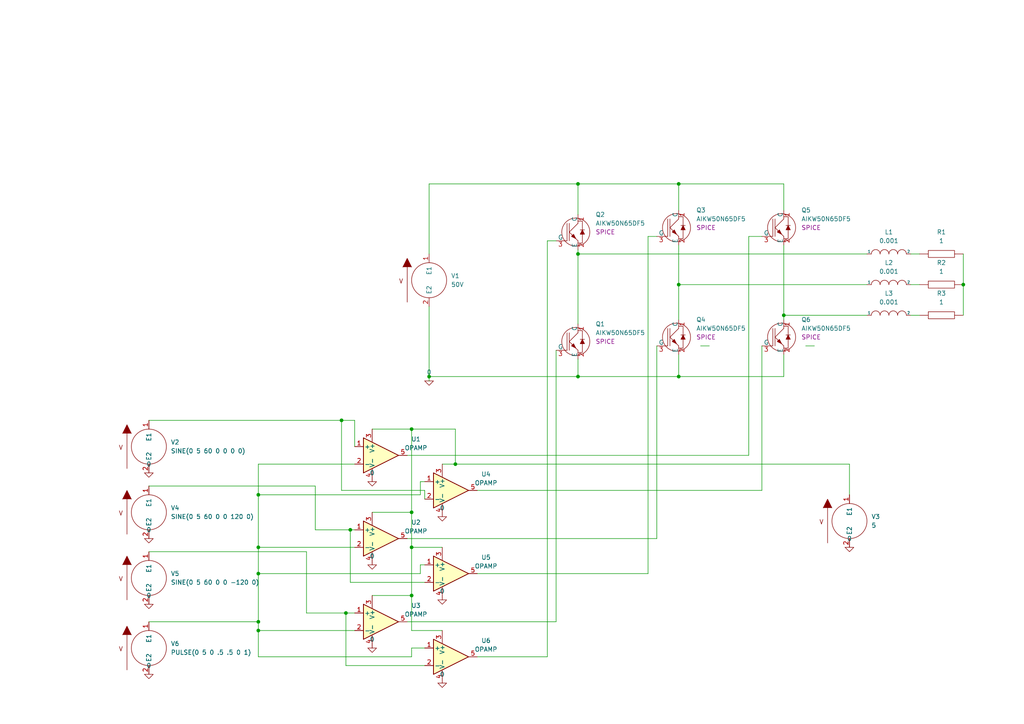
<source format=kicad_sch>
(kicad_sch (version 20211123) (generator eeschema)
  (paper "A4")
  (lib_symbols
    (symbol "IGBT:AIKW50N65DF5" (pin_names (offset 0))
      (property "Reference" "Q" (at 5.715 5.08 0))
      (property "Value" "AIKW50N65DF5" (at -10.795 8.255 0))
      (property "Spice_Primitive" "X" (at 5.715 5.08 0))
      (property "Spice_Model" "IKW40N65H5A_L2" (at 5.715 5.08 0))
      (property "Spice_Netlist_Enabled" "Y" (at 5.715 5.08 0))
      (property "Spice_Lib_File" "${KIPRJMOD}\\..\\PySpice\\Libraries\\IGBT Discrete - 650V TRENCHSTOP 5 AUTO - H5.lib" (at 0 -14.605 0))
      (symbol "AIKW50N65DF5_0_1"
        (polyline (pts (xy -1.905 -2.54) (xy -2.54 -2.54)))
        (polyline (pts (xy -1.905 2.54) (xy -1.905 -2.54)))
        (polyline (pts (xy -1.27 2.54) (xy -1.27 -2.54)))
        (polyline (pts (xy 1.905 0.635) (xy 3.175 0.635)))
        (polyline (pts (xy 1.27 2.54) (xy -1.27 0) (xy 1.27 -2.54)))
        (polyline (pts (xy 0 -0.635) (xy 0.635 -1.905) (xy -0.635 -1.27) (xy 0 -0.635)) (fill (type outline)))
        (polyline (pts (xy 1.27 -3.175) (xy 2.54 -3.175) (xy 2.54 3.175) (xy 1.27 3.175)))
        (polyline (pts (xy 2.54 0.635) (xy 1.905 -0.635) (xy 3.175 -0.635) (xy 2.54 0.635)) (fill (type outline)))
        (circle (center 0.635 0) (radius 4.066))
      )
      (symbol "AIKW50N65DF5_1_1"
        (pin passive line (at 1.27 5.08 270) (length 2.54) (name "C") (number "1"))
        (pin passive line (at 1.27 -5.08 90) (length 2.54) (name "E") (number "2"))
        (pin passive line (at -5.08 -2.54 0) (length 2.54) (name "G") (number "3"))
      )
    )
    (symbol "OPAMP_1" (pin_names (offset 0.254))
      (property "Reference" "U1" (at 10.16 4.699 0))
      (property "Value" "OPAMP_1" (at 10.16 2.159 0))
      (symbol "OPAMP_1_0_1"
        (polyline (pts (xy 5.08 0) (xy -5.08 5.08) (xy -5.08 -5.08) (xy 5.08 0)) (stroke (width 0.254)) (fill (type background)))
      )
      (symbol "OPAMP_1_1_1"
        (pin input line (at -7.62 2.54 0) (length 2.54) (name "+") (number "1"))
        (pin input line (at -7.62 -2.54 0) (length 2.54) (name "-") (number "2"))
        (pin power_in line (at -2.54 7.62 270) (length 3.81) (name "V+") (number "3"))
        (pin power_in line (at -2.54 -7.62 90) (length 3.81) (name "V-") (number "4"))
        (pin output line (at 7.62 0 180) (length 2.54) (name "~") (number "5"))
      )
    )
    (symbol "pspice:0" (power) (pin_names (offset 0))
      (property "Value" "0" (at 0 -1.778 0))
      (symbol "0_0_1"
        (polyline (pts (xy -1.27 0) (xy 0 -1.27) (xy 1.27 0) (xy -1.27 0)))
      )
      (symbol "0_1_1"
        (pin power_in line (at 0 0 0) (length 0) hide (name "0") (number "1"))
      )
    )
    (symbol "pspice:INDUCTOR" (pin_numbers hide) (pin_names (offset 0))
      (property "Reference" "L" (at 0 2.54 0))
      (property "Value" "INDUCTOR" (at 0 -1.27 0))
      (symbol "INDUCTOR_0_1"
        (arc (start -2.54 0) (mid -3.81 1.27) (end -5.08 0))
        (arc (start 0 0) (mid -1.27 1.27) (end -2.54 0))
        (arc (start 2.54 0) (mid 1.27 1.27) (end 0 0))
        (arc (start 5.08 0) (mid 3.81 1.27) (end 2.54 0))
      )
      (symbol "INDUCTOR_1_1"
        (pin input line (at -6.35 0 0) (length 1.27) (name "1") (number "1"))
        (pin input line (at 6.35 0 180) (length 1.27) (name "2") (number "2"))
      )
    )
    (symbol "pspice:R" (pin_numbers hide) (pin_names (offset 0))
      (property "Reference" "R" (at 2.032 0 90))
      (property "Value" "R" (at 0 0 90))
      (symbol "R_0_1"
        (rectangle (start -1.016 3.81) (end 1.016 -3.81))
      )
      (symbol "R_1_1"
        (pin passive line (at 0 6.35 270) (length 2.54) (name "~") (number "1"))
        (pin passive line (at 0 -6.35 90) (length 2.54) (name "~") (number "2"))
      )
    )
    (symbol "pspice:VSOURCE" (pin_names (offset 1.016))
      (property "Reference" "V" (at -6.35 7.62 0))
      (property "Value" "VSOURCE" (at 0 0 0))
      (symbol "VSOURCE_0_1"
        (polyline (pts (xy -6.35 -6.35) (xy -6.35 3.81)) (fill (type outline)))
        (polyline (pts (xy -7.62 3.81) (xy -6.35 6.35) (xy -5.08 3.81)) (fill (type outline)))
        (circle (center 0 0) (radius 5.08))
        (text "V" (at -8.128 -0.254 0) (effects (font (size 1.27 1.27))))
      )
      (symbol "VSOURCE_1_1"
        (pin input line (at 0 7.62 270) (length 2.54) (name "E1") (number "1"))
        (pin input line (at 0 -7.62 90) (length 2.54) (name "E2") (number "2"))
      )
    )
  )
  (junction (at 100.33 177.8))
  (junction (at 119.38 124.46))
  (junction (at 74.93 180.34))
  (junction (at 167.64 53.34))
  (junction (at 119.38 148.59))
  (junction (at 196.85 82.55))
  (junction (at 119.38 172.72))
  (junction (at 119.38 158.75))
  (junction (at 196.85 109.22))
  (junction (at 74.93 158.75))
  (junction (at 101.6 153.67))
  (junction (at 124.46 109.22))
  (junction (at 167.64 73.66))
  (junction (at 196.85 53.34))
  (junction (at 132.08 134.62))
  (junction (at 167.64 109.22))
  (junction (at 227.33 91.44))
  (junction (at 99.06 121.92))
  (junction (at 74.93 166.37))
  (junction (at 74.93 182.88))
  (junction (at 74.93 143.51))
  (junction (at 279.4 82.55))
  (wire (pts (xy 74.93 166.37) (xy 121.92 166.37)))
  (wire (pts (xy 118.11 180.34) (xy 161.29 180.34)))
  (wire (pts (xy 167.64 109.22) (xy 196.85 109.22)))
  (wire (pts (xy 196.85 109.22) (xy 196.85 102.87)))
  (wire (pts (xy 227.33 91.44) (xy 251.46 91.44)))
  (wire (pts (xy 227.33 102.87) (xy 227.33 109.22)))
  (wire (pts (xy 187.96 166.37) (xy 187.96 68.58)))
  (wire (pts (xy 196.85 53.34) (xy 196.85 60.96)))
  (wire (pts (xy 220.98 142.24) (xy 220.98 100.33)))
  (wire (pts (xy 43.18 180.34) (xy 74.93 180.34)))
  (wire (pts (xy 264.16 91.44) (xy 266.7 91.44)))
  (wire (pts (xy 119.38 190.5) (xy 74.93 190.5)))
  (wire (pts (xy 119.38 124.46) (xy 119.38 148.59)))
  (wire (pts (xy 227.33 71.12) (xy 227.33 91.44)))
  (wire (pts (xy 74.93 182.88) (xy 102.87 182.88)))
  (wire (pts (xy 74.93 134.62) (xy 102.87 134.62)))
  (wire (pts (xy 246.38 134.62) (xy 132.08 134.62)))
  (wire (pts (xy 91.44 153.67) (xy 101.6 153.67)))
  (wire (pts (xy 99.06 121.92) (xy 102.87 121.92)))
  (wire (pts (xy 74.93 158.75) (xy 102.87 158.75)))
  (wire (pts (xy 107.95 148.59) (xy 119.38 148.59)))
  (wire (pts (xy 121.92 163.83) (xy 121.92 166.37)))
  (wire (pts (xy 107.95 124.46) (xy 119.38 124.46)))
  (wire (pts (xy 167.64 73.66) (xy 251.46 73.66)))
  (wire (pts (xy 196.85 71.12) (xy 196.85 82.55)))
  (wire (pts (xy 196.85 82.55) (xy 251.46 82.55)))
  (wire (pts (xy 100.33 177.8) (xy 100.33 193.04)))
  (wire (pts (xy 124.46 53.34) (xy 124.46 73.66)))
  (wire (pts (xy 187.96 68.58) (xy 190.5 68.58)))
  (wire (pts (xy 227.33 60.96) (xy 227.33 53.34)))
  (wire (pts (xy 119.38 182.88) (xy 128.27 182.88)))
  (wire (pts (xy 132.08 134.62) (xy 132.08 124.46)))
  (wire (pts (xy 101.6 153.67) (xy 102.87 153.67)))
  (wire (pts (xy 167.64 53.34) (xy 196.85 53.34)))
  (wire (pts (xy 132.08 124.46) (xy 119.38 124.46)))
  (wire (pts (xy 227.33 91.44) (xy 227.33 92.71)))
  (wire (pts (xy 161.29 180.34) (xy 161.29 101.6)))
  (wire (pts (xy 138.43 142.24) (xy 220.98 142.24)))
  (wire (pts (xy 227.33 109.22) (xy 196.85 109.22)))
  (wire (pts (xy 88.9 177.8) (xy 100.33 177.8)))
  (wire (pts (xy 43.18 160.02) (xy 88.9 160.02)))
  (wire (pts (xy 205.74 100.33) (xy 203.2 100.33)))
  (wire (pts (xy 246.38 143.51) (xy 246.38 134.62)))
  (wire (pts (xy 196.85 82.55) (xy 196.85 92.71)))
  (wire (pts (xy 100.33 177.8) (xy 102.87 177.8)))
  (wire (pts (xy 74.93 190.5) (xy 74.93 182.88)))
  (wire (pts (xy 236.22 100.33) (xy 233.68 100.33)))
  (wire (pts (xy 167.64 62.23) (xy 167.64 53.34)))
  (wire (pts (xy 132.08 134.62) (xy 128.27 134.62)))
  (wire (pts (xy 43.18 121.92) (xy 99.06 121.92)))
  (wire (pts (xy 88.9 160.02) (xy 88.9 177.8)))
  (wire (pts (xy 43.18 140.97) (xy 91.44 140.97)))
  (wire (pts (xy 119.38 187.96) (xy 119.38 190.5)))
  (wire (pts (xy 124.46 109.22) (xy 124.46 110.49)))
  (wire (pts (xy 121.92 143.51) (xy 121.92 139.7)))
  (wire (pts (xy 118.11 132.08) (xy 217.17 132.08)))
  (wire (pts (xy 167.64 72.39) (xy 167.64 73.66)))
  (wire (pts (xy 74.93 143.51) (xy 121.92 143.51)))
  (wire (pts (xy 123.19 142.24) (xy 123.19 144.78)))
  (wire (pts (xy 123.19 193.04) (xy 100.33 193.04)))
  (wire (pts (xy 227.33 53.34) (xy 196.85 53.34)))
  (wire (pts (xy 119.38 158.75) (xy 128.27 158.75)))
  (wire (pts (xy 74.93 166.37) (xy 74.93 158.75)))
  (wire (pts (xy 264.16 82.55) (xy 266.7 82.55)))
  (wire (pts (xy 121.92 139.7) (xy 123.19 139.7)))
  (wire (pts (xy 123.19 163.83) (xy 121.92 163.83)))
  (wire (pts (xy 158.75 190.5) (xy 158.75 69.85)))
  (wire (pts (xy 119.38 158.75) (xy 119.38 172.72)))
  (wire (pts (xy 279.4 73.66) (xy 279.4 82.55)))
  (wire (pts (xy 74.93 180.34) (xy 74.93 182.88)))
  (wire (pts (xy 124.46 109.22) (xy 167.64 109.22)))
  (wire (pts (xy 190.5 156.21) (xy 190.5 100.33)))
  (wire (pts (xy 167.64 109.22) (xy 167.64 104.14)))
  (wire (pts (xy 124.46 88.9) (xy 124.46 109.22)))
  (wire (pts (xy 102.87 121.92) (xy 102.87 129.54)))
  (wire (pts (xy 99.06 142.24) (xy 123.19 142.24)))
  (wire (pts (xy 118.11 156.21) (xy 190.5 156.21)))
  (wire (pts (xy 138.43 166.37) (xy 187.96 166.37)))
  (wire (pts (xy 119.38 172.72) (xy 119.38 182.88)))
  (wire (pts (xy 138.43 190.5) (xy 158.75 190.5)))
  (wire (pts (xy 279.4 82.55) (xy 279.4 91.44)))
  (wire (pts (xy 74.93 180.34) (xy 74.93 166.37)))
  (wire (pts (xy 123.19 168.91) (xy 101.6 168.91)))
  (wire (pts (xy 124.46 53.34) (xy 167.64 53.34)))
  (wire (pts (xy 74.93 158.75) (xy 74.93 143.51)))
  (wire (pts (xy 158.75 69.85) (xy 161.29 69.85)))
  (wire (pts (xy 74.93 143.51) (xy 74.93 134.62)))
  (wire (pts (xy 264.16 73.66) (xy 266.7 73.66)))
  (wire (pts (xy 91.44 140.97) (xy 91.44 153.67)))
  (wire (pts (xy 101.6 153.67) (xy 101.6 168.91)))
  (wire (pts (xy 99.06 121.92) (xy 99.06 142.24)))
  (wire (pts (xy 123.19 187.96) (xy 119.38 187.96)))
  (wire (pts (xy 167.64 73.66) (xy 167.64 93.98)))
  (wire (pts (xy 119.38 148.59) (xy 119.38 158.75)))
  (wire (pts (xy 217.17 68.58) (xy 220.98 68.58)))
  (wire (pts (xy 119.38 172.72) (xy 107.95 172.72)))
  (wire (pts (xy 217.17 132.08) (xy 217.17 68.58)))
  (symbol (lib_id "pspice:R") (at 273.05 73.66 90) (unit 1)
    (property "Reference" "R1" (at 273.05 67.31 90))
    (property "Value" "1" (at 273.05 69.85 90))
  )
  (symbol (lib_id "pspice:VSOURCE") (at 246.38 151.13 0) (unit 1)
    (property "Reference" "V3" (at 252.73 149.8599 0) (effects (justify left)))
    (property "Value" "5" (at 252.73 152.3999 0) (effects (justify left)))
  )
  (symbol (lib_id "IGBT:AIKW50N65DF5") (at 195.58 66.04 0) (unit 1)
    (property "Reference" "Q3" (at 201.93 60.9599 0) (effects (justify left)))
    (property "Value" "AIKW50N65DF5" (at 201.93 63.4999 0) (effects (justify left)))
    (property "Spice_Primitive" "X" (at 201.93 66.0399 0) (effects (justify left)))
    (property "Spice_Model" "IKW40N65H5A_L2" (at 201.93 68.5799 0) (effects (justify left)))
    (property "Spice_Netlist_Enabled" "Y" (at 201.93 71.1199 0) (effects (justify left)))
    (property "Spice_Lib_File" "${KIPRJMOD}\\..\\PySpice\\Libraries\\IGBT Discrete - 650V TRENCHSTOP 5 AUTO - H5.lib" (effects hide))
  )
  (symbol (lib_id "pspice:0") (at 128.27 198.12 0) (unit 1)
    (property "Reference" "#GND011" (effects hide))
    (property "Value" "0" (at 128.27 195.58 0))
  )
  (symbol (lib_name "OPAMP_1") (lib_id "Simulation_SPICE:OPAMP") (at 110.49 180.34 0) (unit 1)
    (property "Reference" "U3" (at 120.65 175.641 0))
    (property "Value" "OPAMP" (at 120.65 178.181 0))
    (property "Spice_Netlist_Enabled" "Y" (effects hide))
    (property "Spice_Primitive" "X" (effects hide))
    (property "Spice_Model" "AD8009" (effects hide))
    (property "Spice_Lib_File" "Libraries\\ad8009.lib" (effects hide))
  )
  (symbol (lib_name "OPAMP_1") (lib_id "Simulation_SPICE:OPAMP") (at 130.81 190.5 0) (unit 1)
    (property "Reference" "U6" (at 140.97 185.801 0))
    (property "Value" "OPAMP" (at 140.97 188.341 0))
    (property "Spice_Netlist_Enabled" "Y" (effects hide))
    (property "Spice_Primitive" "X" (effects hide))
    (property "Spice_Model" "AD8009" (effects hide))
    (property "Spice_Lib_File" "Libraries\\ad8009.lib" (effects hide))
  )
  (symbol (lib_id "pspice:0") (at 124.46 110.49 0) (unit 1)
    (property "Reference" "#GND0101" (effects hide))
    (property "Value" "0" (at 124.46 107.95 0))
  )
  (symbol (lib_id "pspice:VSOURCE") (at 43.18 148.59 0) (unit 1)
    (property "Reference" "V4" (at 49.53 147.3199 0) (effects (justify left)))
    (property "Value" "SINE(0 5 60 0 0 120 0)" (at 49.53 149.8599 0) (effects (justify left)))
  )
  (symbol (lib_name "OPAMP_1") (lib_id "Simulation_SPICE:OPAMP") (at 110.49 156.21 0) (unit 1)
    (property "Reference" "U2" (at 120.65 151.511 0))
    (property "Value" "OPAMP" (at 120.65 154.051 0))
    (property "Spice_Netlist_Enabled" "Y" (effects hide))
    (property "Spice_Primitive" "X" (effects hide))
    (property "Spice_Model" "AD8009" (effects hide))
    (property "Spice_Lib_File" "Libraries\\ad8009.lib" (effects hide))
  )
  (symbol (lib_id "pspice:INDUCTOR") (at 257.81 73.66 0) (unit 1)
    (property "Reference" "L1" (at 257.81 67.31 0))
    (property "Value" "0.001" (at 257.81 69.85 0))
  )
  (symbol (lib_id "pspice:INDUCTOR") (at 257.81 82.55 0) (unit 1)
    (property "Reference" "L2" (at 257.81 76.2 0))
    (property "Value" "0.001" (at 257.81 78.74 0))
  )
  (symbol (lib_id "pspice:VSOURCE") (at 43.18 167.64 0) (unit 1)
    (property "Reference" "V5" (at 49.53 166.3699 0) (effects (justify left)))
    (property "Value" "SINE(0 5 60 0 0 -120 0)" (at 49.53 168.9099 0) (effects (justify left)))
  )
  (symbol (lib_name "OPAMP_1") (lib_id "Simulation_SPICE:OPAMP") (at 110.49 132.08 0) (unit 1)
    (property "Reference" "U1" (at 120.65 127.381 0))
    (property "Value" "OPAMP" (at 120.65 129.921 0))
    (property "Spice_Netlist_Enabled" "Y" (effects hide))
    (property "Spice_Primitive" "X" (effects hide))
    (property "Spice_Model" "AD8009" (effects hide))
    (property "Spice_Lib_File" "Libraries\\ad8009.lib" (effects hide))
  )
  (symbol (lib_id "pspice:0") (at 43.18 175.26 0) (unit 1)
    (property "Reference" "#GND04" (effects hide))
    (property "Value" "0" (at 43.18 172.72 0))
  )
  (symbol (lib_id "pspice:INDUCTOR") (at 257.81 91.44 0) (unit 1)
    (property "Reference" "L3" (at 257.81 85.09 0))
    (property "Value" "0.001" (at 257.81 87.63 0))
  )
  (symbol (lib_id "IGBT:AIKW50N65DF5") (at 226.06 66.04 0) (unit 1)
    (property "Reference" "Q5" (at 232.41 60.9599 0) (effects (justify left)))
    (property "Value" "AIKW50N65DF5" (at 232.41 63.4999 0) (effects (justify left)))
    (property "Spice_Primitive" "X" (at 232.41 66.0399 0) (effects (justify left)))
    (property "Spice_Model" "IKW40N65H5A_L2" (at 232.41 68.5799 0) (effects (justify left)))
    (property "Spice_Netlist_Enabled" "Y" (at 232.41 71.1199 0) (effects (justify left)))
    (property "Spice_Lib_File" "${KIPRJMOD}\\..\\PySpice\\Libraries\\IGBT Discrete - 650V TRENCHSTOP 5 AUTO - H5.lib" (effects hide))
  )
  (symbol (lib_id "pspice:0") (at 107.95 187.96 0) (unit 1)
    (property "Reference" "#GND08" (effects hide))
    (property "Value" "0" (at 107.95 185.42 0))
  )
  (symbol (lib_id "pspice:0") (at 43.18 156.21 0) (unit 1)
    (property "Reference" "#GND03" (effects hide))
    (property "Value" "0" (at 43.18 153.67 0))
  )
  (symbol (lib_id "IGBT:AIKW50N65DF5") (at 166.37 67.31 0) (unit 1)
    (property "Reference" "Q2" (at 172.72 62.2299 0) (effects (justify left)))
    (property "Value" "AIKW50N65DF5" (at 172.72 64.7699 0) (effects (justify left)))
    (property "Spice_Primitive" "X" (at 172.72 67.3099 0) (effects (justify left)))
    (property "Spice_Model" "IKW40N65H5A_L2" (at 172.72 69.8499 0) (effects (justify left)))
    (property "Spice_Netlist_Enabled" "Y" (at 172.72 72.3899 0) (effects (justify left)))
    (property "Spice_Lib_File" "${KIPRJMOD}\\..\\PySpice\\Libraries\\IGBT Discrete - 650V TRENCHSTOP 5 AUTO - H5.lib" (effects hide))
  )
  (symbol (lib_id "pspice:0") (at 128.27 149.86 0) (unit 1)
    (property "Reference" "#GND09" (effects hide))
    (property "Value" "0" (at 128.27 147.32 0))
  )
  (symbol (lib_id "pspice:R") (at 273.05 82.55 90) (unit 1)
    (property "Reference" "R2" (at 273.05 76.2 90))
    (property "Value" "1" (at 273.05 78.74 90))
  )
  (symbol (lib_id "pspice:0") (at 43.18 195.58 0) (unit 1)
    (property "Reference" "#GND05" (effects hide))
    (property "Value" "0" (at 43.18 193.04 0))
  )
  (symbol (lib_id "pspice:VSOURCE") (at 43.18 187.96 0) (unit 1)
    (property "Reference" "V6" (at 49.53 186.6899 0) (effects (justify left)))
    (property "Value" "PULSE(0 5 0 .5 .5 0 1)" (at 49.53 189.2299 0) (effects (justify left)))
  )
  (symbol (lib_id "pspice:0") (at 246.38 158.75 0) (unit 1)
    (property "Reference" "#GND01" (effects hide))
    (property "Value" "0" (at 246.38 156.21 0))
  )
  (symbol (lib_name "OPAMP_1") (lib_id "Simulation_SPICE:OPAMP") (at 130.81 142.24 0) (unit 1)
    (property "Reference" "U4" (at 140.97 137.541 0))
    (property "Value" "OPAMP" (at 140.97 140.081 0))
    (property "Spice_Netlist_Enabled" "Y" (effects hide))
    (property "Spice_Primitive" "X" (effects hide))
    (property "Spice_Model" "AD8009" (effects hide))
    (property "Spice_Lib_File" "Libraries\\ad8009.lib" (effects hide))
  )
  (symbol (lib_id "pspice:0") (at 107.95 163.83 0) (unit 1)
    (property "Reference" "#GND07" (effects hide))
    (property "Value" "0" (at 107.95 161.29 0))
  )
  (symbol (lib_id "pspice:0") (at 107.95 139.7 0) (unit 1)
    (property "Reference" "#GND06" (effects hide))
    (property "Value" "0" (at 107.95 137.16 0))
  )
  (symbol (lib_id "pspice:0") (at 43.18 137.16 0) (unit 1)
    (property "Reference" "#GND02" (effects hide))
    (property "Value" "0" (at 43.18 134.62 0))
  )
  (symbol (lib_id "pspice:VSOURCE") (at 124.46 81.28 0) (unit 1)
    (property "Reference" "V1" (at 130.81 80.0099 0) (effects (justify left)))
    (property "Value" "50V" (at 130.81 82.5499 0) (effects (justify left)))
  )
  (symbol (lib_name "OPAMP_1") (lib_id "Simulation_SPICE:OPAMP") (at 130.81 166.37 0) (unit 1)
    (property "Reference" "U5" (at 140.97 161.671 0))
    (property "Value" "OPAMP" (at 140.97 164.211 0))
    (property "Spice_Netlist_Enabled" "Y" (effects hide))
    (property "Spice_Primitive" "X" (effects hide))
    (property "Spice_Model" "AD8009" (effects hide))
    (property "Spice_Lib_File" "Libraries\\ad8009.lib" (effects hide))
  )
  (symbol (lib_id "pspice:R") (at 273.05 91.44 90) (unit 1)
    (property "Reference" "R3" (at 273.05 85.09 90))
    (property "Value" "1" (at 273.05 87.63 90))
  )
  (symbol (lib_id "pspice:VSOURCE") (at 43.18 129.54 0) (unit 1)
    (property "Reference" "V2" (at 49.53 128.2699 0) (effects (justify left)))
    (property "Value" "SINE(0 5 60 0 0 0 0)" (at 49.53 130.8099 0) (effects (justify left)))
  )
  (symbol (lib_id "IGBT:AIKW50N65DF5") (at 166.37 99.06 0) (unit 1)
    (property "Reference" "Q1" (at 172.72 93.9799 0) (effects (justify left)))
    (property "Value" "AIKW50N65DF5" (at 172.72 96.5199 0) (effects (justify left)))
    (property "Spice_Primitive" "X" (at 172.72 99.0599 0) (effects (justify left)))
    (property "Spice_Model" "IKW40N65H5A_L2" (at 172.72 101.5999 0) (effects (justify left)))
    (property "Spice_Netlist_Enabled" "Y" (at 172.72 104.1399 0) (effects (justify left)))
    (property "Spice_Lib_File" "${KIPRJMOD}\\..\\PySpice\\Libraries\\IGBT Discrete - 650V TRENCHSTOP 5 AUTO - H5.lib" (effects hide))
  )
  (symbol (lib_id "pspice:0") (at 128.27 173.99 0) (unit 1)
    (property "Reference" "#GND010" (effects hide))
    (property "Value" "0" (at 128.27 171.45 0))
  )
  (symbol (lib_id "IGBT:AIKW50N65DF5") (at 226.06 97.79 0) (unit 1)
    (property "Reference" "Q6" (at 232.41 92.7099 0) (effects (justify left)))
    (property "Value" "AIKW50N65DF5" (at 232.41 95.2499 0) (effects (justify left)))
    (property "Spice_Primitive" "X" (at 232.41 97.7899 0) (effects (justify left)))
    (property "Spice_Model" "IKW40N65H5A_L2" (at 232.41 100.3299 0) (effects (justify left)))
    (property "Spice_Netlist_Enabled" "Y" (at 232.41 102.8699 0) (effects (justify left)))
    (property "Spice_Lib_File" "${KIPRJMOD}\\..\\PySpice\\Libraries\\IGBT Discrete - 650V TRENCHSTOP 5 AUTO - H5.lib" (effects hide))
  )
  (symbol (lib_id "IGBT:AIKW50N65DF5") (at 195.58 97.79 0) (unit 1)
    (property "Reference" "Q4" (at 201.93 92.7099 0) (effects (justify left)))
    (property "Value" "AIKW50N65DF5" (at 201.93 95.2499 0) (effects (justify left)))
    (property "Spice_Primitive" "X" (at 201.93 97.7899 0) (effects (justify left)))
    (property "Spice_Model" "IKW40N65H5A_L2" (at 201.93 100.3299 0) (effects (justify left)))
    (property "Spice_Netlist_Enabled" "Y" (at 201.93 102.8699 0) (effects (justify left)))
    (property "Spice_Lib_File" "${KIPRJMOD}\\..\\PySpice\\Libraries\\IGBT Discrete - 650V TRENCHSTOP 5 AUTO - H5.lib" (effects hide))
  )
)
</source>
